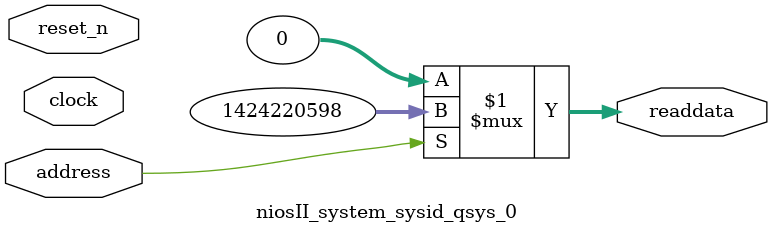
<source format=v>

`timescale 1ns / 1ps
// synthesis translate_on

// turn off superfluous verilog processor warnings 
// altera message_level Level1 
// altera message_off 10034 10035 10036 10037 10230 10240 10030 

module niosII_system_sysid_qsys_0 (
               // inputs:
                address,
                clock,
                reset_n,

               // outputs:
                readdata
             )
;

  output  [ 31: 0] readdata;
  input            address;
  input            clock;
  input            reset_n;

  wire    [ 31: 0] readdata;
  //control_slave, which is an e_avalon_slave
  assign readdata = address ? 1424220598 : 0;

endmodule




</source>
